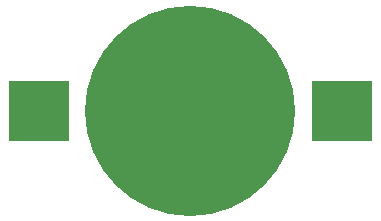
<source format=gbr>
%TF.GenerationSoftware,KiCad,Pcbnew,6.0.11-2627ca5db0~126~ubuntu20.04.1*%
%TF.CreationDate,2023-05-23T08:29:18+02:00*%
%TF.ProjectId,tux_badge,7475785f-6261-4646-9765-2e6b69636164,rev?*%
%TF.SameCoordinates,Original*%
%TF.FileFunction,Soldermask,Bot*%
%TF.FilePolarity,Negative*%
%FSLAX46Y46*%
G04 Gerber Fmt 4.6, Leading zero omitted, Abs format (unit mm)*
G04 Created by KiCad (PCBNEW 6.0.11-2627ca5db0~126~ubuntu20.04.1) date 2023-05-23 08:29:18*
%MOMM*%
%LPD*%
G01*
G04 APERTURE LIST*
%ADD10R,5.100000X5.100000*%
%ADD11C,17.800000*%
G04 APERTURE END LIST*
D10*
%TO.C,BT1*%
X153849400Y-105717956D03*
X179449400Y-105717956D03*
D11*
X166649400Y-105717956D03*
%TD*%
M02*

</source>
